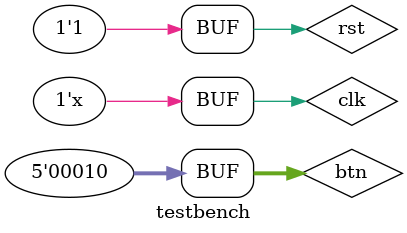
<source format=v>
`timescale 1ps / 1ps

module testbench;
    reg clk,rst;
    reg[4:0] btn;
    reg[7:0] switch;
    wire[7:0] seg_code_0,seg_code_1,pos;
    initial begin
        clk <= 1'b0;
        rst <= 1'b0;
        btn <= 5'b00000;
        #20 rst = 1'b1;
        btn <= 5'b00010;
        #20 
        btn <= 5'b00000;
        #20 
        btn <= 5'b00010;
    end
    always #5 clk <= ~clk;   

    Mycpu_top mycpu_top(
        .clk  (clk),
        .rst  (rst),
        .btn  (btn),
        .switch (switch),
        .seg_code_0 (seg_code_0),
        .seg_code_1 (seg_code_1),
        .pos  (pos)
    );
    
endmodule
</source>
